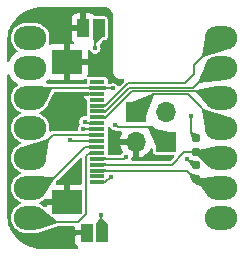
<source format=gbr>
%TF.GenerationSoftware,KiCad,Pcbnew,8.0.8-unknown-202501290020~8b811aa383~ubuntu22.04.1*%
%TF.CreationDate,2025-03-26T11:50:05+00:00*%
%TF.ProjectId,CONTROLLER_XIAO,434f4e54-524f-44c4-9c45-525f5849414f,rev?*%
%TF.SameCoordinates,Original*%
%TF.FileFunction,Copper,L1,Top*%
%TF.FilePolarity,Positive*%
%FSLAX46Y46*%
G04 Gerber Fmt 4.6, Leading zero omitted, Abs format (unit mm)*
G04 Created by KiCad (PCBNEW 8.0.8-unknown-202501290020~8b811aa383~ubuntu22.04.1) date 2025-03-26 11:50:05*
%MOMM*%
%LPD*%
G01*
G04 APERTURE LIST*
G04 Aperture macros list*
%AMRoundRect*
0 Rectangle with rounded corners*
0 $1 Rounding radius*
0 $2 $3 $4 $5 $6 $7 $8 $9 X,Y pos of 4 corners*
0 Add a 4 corners polygon primitive as box body*
4,1,4,$2,$3,$4,$5,$6,$7,$8,$9,$2,$3,0*
0 Add four circle primitives for the rounded corners*
1,1,$1+$1,$2,$3*
1,1,$1+$1,$4,$5*
1,1,$1+$1,$6,$7*
1,1,$1+$1,$8,$9*
0 Add four rect primitives between the rounded corners*
20,1,$1+$1,$2,$3,$4,$5,0*
20,1,$1+$1,$4,$5,$6,$7,0*
20,1,$1+$1,$6,$7,$8,$9,0*
20,1,$1+$1,$8,$9,$2,$3,0*%
G04 Aperture macros list end*
%TA.AperFunction,SMDPad,CuDef*%
%ADD10RoundRect,0.160000X-0.160000X0.197500X-0.160000X-0.197500X0.160000X-0.197500X0.160000X0.197500X0*%
%TD*%
%TA.AperFunction,SMDPad,CuDef*%
%ADD11R,1.250000X0.300000*%
%TD*%
%TA.AperFunction,SMDPad,CuDef*%
%ADD12R,2.500000X2.000000*%
%TD*%
%TA.AperFunction,SMDPad,CuDef*%
%ADD13R,1.000000X1.500000*%
%TD*%
%TA.AperFunction,ComponentPad*%
%ADD14R,1.700000X1.700000*%
%TD*%
%TA.AperFunction,ComponentPad*%
%ADD15O,1.700000X1.700000*%
%TD*%
%TA.AperFunction,ComponentPad*%
%ADD16RoundRect,1.000000X0.375000X0.000010X-0.375000X0.000010X-0.375000X-0.000010X0.375000X-0.000010X0*%
%TD*%
%TA.AperFunction,ViaPad*%
%ADD17C,0.400000*%
%TD*%
%TA.AperFunction,Conductor*%
%ADD18C,0.160000*%
%TD*%
G04 APERTURE END LIST*
D10*
%TO.P,R1,1*%
%TO.N,+3.3V*%
X62500000Y-87402500D03*
%TO.P,R1,2*%
%TO.N,/i2C_SCL*%
X62500000Y-88597500D03*
%TD*%
%TO.P,R2,1*%
%TO.N,+3.3V*%
X62500000Y-85102500D03*
%TO.P,R2,2*%
%TO.N,/I2C_SDA*%
X62500000Y-86297500D03*
%TD*%
D11*
%TO.P,FPC1,1,1*%
%TO.N,/AUX1*%
X54190000Y-80350000D03*
%TO.P,FPC1,2,2*%
%TO.N,+3.3V*%
X54190000Y-80850000D03*
%TO.P,FPC1,3,3*%
%TO.N,GND*%
X54190000Y-81350000D03*
%TO.P,FPC1,4,4*%
%TO.N,/AUX3*%
X54190000Y-81850000D03*
%TO.P,FPC1,5,5*%
%TO.N,/addr_bus_0*%
X54190000Y-82350000D03*
%TO.P,FPC1,6,6*%
%TO.N,/addr_bus_1*%
X54190000Y-82850000D03*
%TO.P,FPC1,7,7*%
%TO.N,/addr_bus_2*%
X54190000Y-83350000D03*
%TO.P,FPC1,8,8*%
%TO.N,/addr_bus_3*%
X54190000Y-83850000D03*
%TO.P,FPC1,9,9*%
%TO.N,/addr_bus_4*%
X54190000Y-84350000D03*
%TO.P,FPC1,10,10*%
%TO.N,/POCI*%
X54190000Y-84850000D03*
%TO.P,FPC1,11,11*%
%TO.N,/PICO*%
X54190000Y-85350000D03*
%TO.P,FPC1,12,12*%
%TO.N,/SCLK*%
X54190000Y-85850000D03*
%TO.P,FPC1,13,13*%
%TO.N,/IO1_out*%
X54190000Y-86350000D03*
%TO.P,FPC1,14,14*%
%TO.N,/IO2*%
X54190000Y-86850000D03*
%TO.P,FPC1,15,15*%
%TO.N,/I2C_SDA*%
X54190000Y-87350000D03*
%TO.P,FPC1,16,16*%
%TO.N,/i2C_SCL*%
X54190000Y-87850000D03*
%TO.P,FPC1,17,17*%
%TO.N,/AUX2*%
X54190000Y-88350000D03*
%TO.P,FPC1,18,18*%
%TO.N,/extRef*%
X54190000Y-88850000D03*
D12*
%TO.P,FPC1,19,19*%
%TO.N,GND*%
X51610000Y-78660000D03*
%TO.P,FPC1,20,20*%
X51650000Y-90540000D03*
%TD*%
D13*
%TO.P,JP1,1,A*%
%TO.N,/addr_bus_4*%
X54599998Y-93100000D03*
%TO.P,JP1,2,B*%
%TO.N,GND*%
X53300000Y-93100000D03*
%TD*%
D14*
%TO.P,J3,1,Pin_1*%
%TO.N,/Sync*%
X57460000Y-82860000D03*
D15*
%TO.P,J3,2,Pin_2*%
%TO.N,GND*%
X57460000Y-85400000D03*
%TD*%
D14*
%TO.P,J1,1,Pin_1*%
%TO.N,VSYS*%
X60000000Y-85400000D03*
D15*
%TO.P,J1,2,Pin_2*%
%TO.N,/extRef*%
X60000000Y-82860000D03*
%TD*%
D13*
%TO.P,JP2,1,A*%
%TO.N,/addr_bus_3*%
X54299998Y-75800000D03*
%TO.P,JP2,2,B*%
%TO.N,GND*%
X53000000Y-75800000D03*
%TD*%
D16*
%TO.P,U2,1,PA02_A0_D0*%
%TO.N,/addr_bus_0*%
X64665000Y-76621750D03*
%TO.P,U2,2,PA4_A1_D1*%
%TO.N,/addr_bus_1*%
X64665000Y-79161750D03*
%TO.P,U2,3,PA10_A2_D2*%
%TO.N,/addr_bus_2*%
X64665000Y-81701750D03*
%TO.P,U2,4,PA11_A3_D3*%
%TO.N,/Sync*%
X64665000Y-84241750D03*
%TO.P,U2,5,PA8_A4_D4_SDA*%
%TO.N,/I2C_SDA*%
X64665000Y-86781750D03*
%TO.P,U2,6,PA9_A5_D5_SCL*%
%TO.N,/i2C_SCL*%
X64665000Y-89321750D03*
%TO.P,U2,7,PB08_A6_D6_TX*%
%TO.N,/IO2*%
X64665000Y-91861750D03*
%TO.P,U2,8,PB09_A7_D7_RX*%
%TO.N,/IO1_out*%
X48500000Y-91861750D03*
%TO.P,U2,9,PA7_A8_D8_SCK*%
%TO.N,/SCLK*%
X48500000Y-89321750D03*
%TO.P,U2,10,PA5_A9_D9_MISO*%
%TO.N,/POCI*%
X48500000Y-86781750D03*
%TO.P,U2,11,PA6_A10_D10_MOSI*%
%TO.N,/PICO*%
X48500000Y-84241750D03*
%TO.P,U2,12,3V3*%
%TO.N,+3.3V*%
X48500000Y-81701750D03*
%TO.P,U2,13,GND*%
%TO.N,GND*%
X48500000Y-79161750D03*
%TO.P,U2,14,5V*%
%TO.N,VSYS*%
X48500000Y-76621750D03*
%TD*%
D17*
%TO.N,+3.3V*%
X62100000Y-83200000D03*
X61800000Y-86900000D03*
X55500000Y-80900000D03*
%TO.N,GND*%
X52200000Y-81500000D03*
X51700000Y-93900000D03*
X51500000Y-78200000D03*
X51650000Y-90540000D03*
%TO.N,/IO2*%
X56600000Y-86700000D03*
%TO.N,/PICO*%
X51900000Y-85300000D03*
%TO.N,/extRef*%
X55300000Y-88400000D03*
%TO.N,VSYS*%
X55700000Y-84000000D03*
%TO.N,/addr_bus_4*%
X54500000Y-91600000D03*
X53000000Y-84300000D03*
%TO.N,/addr_bus_3*%
X53100000Y-83700000D03*
X54000000Y-77500000D03*
%TD*%
D18*
%TO.N,/IO1_out*%
X48500000Y-91861750D02*
X48838250Y-92200000D01*
X48838250Y-92200000D02*
X52520000Y-92200000D01*
X53520000Y-86350000D02*
X54190000Y-86350000D01*
X52520000Y-92200000D02*
X53230000Y-91490000D01*
X53230000Y-91490000D02*
X53230000Y-86640000D01*
X53230000Y-86640000D02*
X53520000Y-86350000D01*
%TO.N,VSYS*%
X60000000Y-85400000D02*
X58800000Y-84200000D01*
X55900000Y-84200000D02*
X55700000Y-84000000D01*
X58800000Y-84200000D02*
X55900000Y-84200000D01*
%TO.N,/I2C_SDA*%
X64665000Y-86781750D02*
X64180750Y-86297500D01*
X64180750Y-86297500D02*
X61542500Y-86297500D01*
X60490000Y-87350000D02*
X54190000Y-87350000D01*
X61542500Y-86297500D02*
X60490000Y-87350000D01*
%TO.N,/i2C_SCL*%
X54190000Y-87850000D02*
X61752500Y-87850000D01*
X61752500Y-87850000D02*
X62500000Y-88597500D01*
%TO.N,/addr_bus_1*%
X64665000Y-79161750D02*
X64008250Y-79161750D01*
X64008250Y-79161750D02*
X62310000Y-80860000D01*
X62310000Y-80860000D02*
X56880000Y-80860000D01*
X56880000Y-80860000D02*
X54890000Y-82850000D01*
X54890000Y-82850000D02*
X54190000Y-82850000D01*
%TO.N,/addr_bus_2*%
X54190000Y-83350000D02*
X54897500Y-83350000D01*
X54897500Y-83350000D02*
X55008701Y-83238799D01*
X55008701Y-83238799D02*
X55008701Y-83231299D01*
X55008701Y-83231299D02*
X57110000Y-81130000D01*
X57110000Y-81130000D02*
X64093250Y-81130000D01*
X64093250Y-81130000D02*
X64665000Y-81701750D01*
%TO.N,/addr_bus_0*%
X64665000Y-76621750D02*
X62400000Y-78886750D01*
X62400000Y-78886750D02*
X62400000Y-79700000D01*
X62400000Y-79700000D02*
X61640000Y-80460000D01*
X61640000Y-80460000D02*
X56748192Y-80460000D01*
X56748192Y-80460000D02*
X54858192Y-82350000D01*
X54858192Y-82350000D02*
X54190000Y-82350000D01*
%TO.N,/addr_bus_3*%
X54000000Y-77500000D02*
X54000000Y-76099998D01*
X54000000Y-76099998D02*
X54299998Y-75800000D01*
%TO.N,GND*%
X51700000Y-93900000D02*
X52500000Y-93100000D01*
X52500000Y-93100000D02*
X53300000Y-93100000D01*
%TO.N,+3.3V*%
X62100000Y-83200000D02*
X62100000Y-84702500D01*
X54190000Y-80850000D02*
X55450000Y-80850000D01*
X62500000Y-87402500D02*
X62302500Y-87402500D01*
X62302500Y-87402500D02*
X61800000Y-86900000D01*
X55450000Y-80850000D02*
X55500000Y-80900000D01*
X54190000Y-80850000D02*
X49351750Y-80850000D01*
X49351750Y-80850000D02*
X48500000Y-81701750D01*
X62100000Y-84702500D02*
X62500000Y-85102500D01*
%TO.N,/Sync*%
X61823250Y-81400000D02*
X64665000Y-84241750D01*
X58920000Y-81400000D02*
X61823250Y-81400000D01*
X57460000Y-82860000D02*
X58920000Y-81400000D01*
%TO.N,GND*%
X52350000Y-81350000D02*
X52200000Y-81500000D01*
X51610000Y-78310000D02*
X51500000Y-78200000D01*
X54190000Y-81350000D02*
X52350000Y-81350000D01*
X51610000Y-78660000D02*
X51610000Y-78310000D01*
%TO.N,/IO2*%
X54190000Y-86850000D02*
X56450000Y-86850000D01*
X56450000Y-86850000D02*
X56600000Y-86700000D01*
%TO.N,/SCLK*%
X48500000Y-89321750D02*
X49678250Y-89321750D01*
X53150000Y-85850000D02*
X54190000Y-85850000D01*
X49678250Y-89321750D02*
X53150000Y-85850000D01*
%TO.N,/PICO*%
X51950000Y-85350000D02*
X51900000Y-85300000D01*
X54190000Y-85350000D02*
X51950000Y-85350000D01*
%TO.N,/i2C_SCL*%
X62500000Y-88597500D02*
X63224250Y-89321750D01*
X63224250Y-89321750D02*
X64665000Y-89321750D01*
%TO.N,/POCI*%
X50431750Y-84850000D02*
X54190000Y-84850000D01*
X48500000Y-86781750D02*
X50431750Y-84850000D01*
%TO.N,/extRef*%
X54850000Y-88850000D02*
X55300000Y-88400000D01*
X54190000Y-88850000D02*
X54850000Y-88850000D01*
%TO.N,/addr_bus_4*%
X54190000Y-84350000D02*
X53050000Y-84350000D01*
X54500000Y-91600000D02*
X54500000Y-93000002D01*
X54500000Y-93000002D02*
X54599998Y-93100000D01*
X53050000Y-84350000D02*
X53000000Y-84300000D01*
%TO.N,/addr_bus_3*%
X53250000Y-83850000D02*
X53100000Y-83700000D01*
X54190000Y-83850000D02*
X53250000Y-83850000D01*
%TD*%
%TA.AperFunction,Conductor*%
%TO.N,GND*%
G36*
X46715703Y-79715790D02*
G01*
X46750018Y-79764429D01*
X46772794Y-79822802D01*
X46900046Y-80036358D01*
X47060703Y-80226044D01*
X47060705Y-80226046D01*
X47250391Y-80386702D01*
X47394953Y-80472843D01*
X47442467Y-80524070D01*
X47454743Y-80592853D01*
X47427884Y-80657353D01*
X47402095Y-80681294D01*
X47320354Y-80737924D01*
X47320342Y-80737934D01*
X47161184Y-80897092D01*
X47161174Y-80897104D01*
X47032997Y-81082117D01*
X47032991Y-81082127D01*
X46939903Y-81287068D01*
X46939902Y-81287071D01*
X46884905Y-81505329D01*
X46884904Y-81505336D01*
X46874500Y-81637528D01*
X46874500Y-81765957D01*
X46874501Y-81765974D01*
X46884904Y-81898163D01*
X46884905Y-81898170D01*
X46939902Y-82116428D01*
X46939903Y-82116431D01*
X47032991Y-82321372D01*
X47032997Y-82321382D01*
X47161174Y-82506395D01*
X47161178Y-82506400D01*
X47161181Y-82506404D01*
X47320346Y-82665569D01*
X47320350Y-82665572D01*
X47320354Y-82665575D01*
X47334429Y-82675326D01*
X47505374Y-82793757D01*
X47562296Y-82819612D01*
X47648683Y-82858851D01*
X47701580Y-82904498D01*
X47721402Y-82971497D01*
X47701854Y-83038577D01*
X47649143Y-83084439D01*
X47648683Y-83084649D01*
X47505377Y-83149741D01*
X47505367Y-83149747D01*
X47320354Y-83277924D01*
X47320342Y-83277934D01*
X47161184Y-83437092D01*
X47161174Y-83437104D01*
X47032997Y-83622117D01*
X47032991Y-83622127D01*
X46939903Y-83827068D01*
X46939902Y-83827071D01*
X46884905Y-84045329D01*
X46884904Y-84045336D01*
X46874500Y-84177528D01*
X46874500Y-84305957D01*
X46874501Y-84305974D01*
X46884904Y-84438163D01*
X46884905Y-84438170D01*
X46939902Y-84656428D01*
X46939903Y-84656431D01*
X47032991Y-84861372D01*
X47032997Y-84861382D01*
X47161174Y-85046395D01*
X47161178Y-85046400D01*
X47161181Y-85046404D01*
X47320346Y-85205569D01*
X47320350Y-85205572D01*
X47320354Y-85205575D01*
X47444305Y-85291448D01*
X47505374Y-85333757D01*
X47562298Y-85359613D01*
X47648683Y-85398851D01*
X47701580Y-85444498D01*
X47721402Y-85511497D01*
X47701854Y-85578577D01*
X47649143Y-85624439D01*
X47648683Y-85624649D01*
X47505377Y-85689741D01*
X47505367Y-85689747D01*
X47320354Y-85817924D01*
X47320342Y-85817934D01*
X47161184Y-85977092D01*
X47161174Y-85977104D01*
X47032997Y-86162117D01*
X47032991Y-86162127D01*
X46939903Y-86367068D01*
X46939902Y-86367071D01*
X46884905Y-86585329D01*
X46884904Y-86585336D01*
X46874500Y-86717528D01*
X46874500Y-86845957D01*
X46874501Y-86845974D01*
X46884904Y-86978163D01*
X46884905Y-86978170D01*
X46939902Y-87196428D01*
X46939903Y-87196431D01*
X47032991Y-87401372D01*
X47032997Y-87401382D01*
X47161174Y-87586395D01*
X47161178Y-87586400D01*
X47161181Y-87586404D01*
X47320346Y-87745569D01*
X47320350Y-87745572D01*
X47320354Y-87745575D01*
X47459603Y-87842047D01*
X47505374Y-87873757D01*
X47535765Y-87887561D01*
X47648683Y-87938851D01*
X47701580Y-87984498D01*
X47721402Y-88051497D01*
X47701854Y-88118577D01*
X47649143Y-88164439D01*
X47648683Y-88164649D01*
X47505377Y-88229741D01*
X47505367Y-88229747D01*
X47320354Y-88357924D01*
X47320342Y-88357934D01*
X47161184Y-88517092D01*
X47161174Y-88517104D01*
X47032997Y-88702117D01*
X47032991Y-88702127D01*
X46939903Y-88907068D01*
X46939902Y-88907071D01*
X46884905Y-89125329D01*
X46884904Y-89125336D01*
X46874500Y-89257528D01*
X46874500Y-89385957D01*
X46874501Y-89385974D01*
X46884904Y-89518163D01*
X46884905Y-89518170D01*
X46939902Y-89736428D01*
X46939903Y-89736431D01*
X47032991Y-89941372D01*
X47032997Y-89941382D01*
X47161174Y-90126395D01*
X47161178Y-90126400D01*
X47161181Y-90126404D01*
X47320346Y-90285569D01*
X47320350Y-90285572D01*
X47320354Y-90285575D01*
X47459603Y-90382047D01*
X47505374Y-90413757D01*
X47580139Y-90447717D01*
X47648683Y-90478851D01*
X47701580Y-90524498D01*
X47721402Y-90591497D01*
X47701854Y-90658577D01*
X47649143Y-90704439D01*
X47648683Y-90704649D01*
X47505377Y-90769741D01*
X47505367Y-90769747D01*
X47320354Y-90897924D01*
X47320342Y-90897934D01*
X47161184Y-91057092D01*
X47161174Y-91057104D01*
X47032997Y-91242117D01*
X47032991Y-91242127D01*
X46939903Y-91447068D01*
X46939902Y-91447071D01*
X46884905Y-91665329D01*
X46884904Y-91665336D01*
X46874500Y-91797528D01*
X46874500Y-91925957D01*
X46874501Y-91925974D01*
X46884904Y-92058163D01*
X46884905Y-92058170D01*
X46939902Y-92276428D01*
X46939903Y-92276431D01*
X47032991Y-92481372D01*
X47032997Y-92481382D01*
X47161174Y-92666395D01*
X47161178Y-92666400D01*
X47161181Y-92666404D01*
X47320346Y-92825569D01*
X47320350Y-92825572D01*
X47320354Y-92825575D01*
X47459603Y-92922047D01*
X47505374Y-92953757D01*
X47710317Y-93046846D01*
X47710321Y-93046847D01*
X47928579Y-93101844D01*
X47928581Y-93101844D01*
X47928588Y-93101846D01*
X48060783Y-93112250D01*
X48939216Y-93112249D01*
X49071412Y-93101846D01*
X49071420Y-93101844D01*
X49289676Y-93046848D01*
X49289677Y-93046847D01*
X49289683Y-93046846D01*
X49315052Y-93035322D01*
X49339620Y-93027134D01*
X49344510Y-93026054D01*
X49344516Y-93026054D01*
X50844922Y-92536613D01*
X50883377Y-92530500D01*
X52176000Y-92530500D01*
X52243039Y-92550185D01*
X52288794Y-92602989D01*
X52300000Y-92654500D01*
X52300000Y-92850000D01*
X53176000Y-92850000D01*
X53243039Y-92869685D01*
X53288794Y-92922489D01*
X53300000Y-92974000D01*
X53300000Y-93226000D01*
X53280315Y-93293039D01*
X53227511Y-93338794D01*
X53176000Y-93350000D01*
X52300000Y-93350000D01*
X52300000Y-93897844D01*
X52306401Y-93957372D01*
X52306403Y-93957379D01*
X52356645Y-94092086D01*
X52356649Y-94092093D01*
X52442809Y-94207187D01*
X52442812Y-94207190D01*
X52521684Y-94266234D01*
X52563555Y-94322167D01*
X52568539Y-94391859D01*
X52535053Y-94453182D01*
X52473730Y-94486666D01*
X52447373Y-94489500D01*
X49503251Y-94489500D01*
X49496759Y-94489330D01*
X49444613Y-94486595D01*
X49194005Y-94473454D01*
X49181098Y-94472097D01*
X48884871Y-94425171D01*
X48872176Y-94422472D01*
X48582483Y-94344842D01*
X48570139Y-94340831D01*
X48290143Y-94233345D01*
X48278287Y-94228066D01*
X48011058Y-94091901D01*
X47999818Y-94085412D01*
X47748281Y-93922058D01*
X47737795Y-93914439D01*
X47592262Y-93796588D01*
X47504709Y-93725688D01*
X47495064Y-93717003D01*
X47282996Y-93504935D01*
X47274311Y-93495290D01*
X47194862Y-93397179D01*
X47085556Y-93262199D01*
X47077944Y-93251722D01*
X46914581Y-93000171D01*
X46908098Y-92988941D01*
X46771933Y-92721712D01*
X46766654Y-92709856D01*
X46753939Y-92676733D01*
X46659164Y-92429849D01*
X46655160Y-92417527D01*
X46577524Y-92127812D01*
X46574830Y-92115139D01*
X46527900Y-91818890D01*
X46526546Y-91806004D01*
X46510670Y-91503241D01*
X46510500Y-91496748D01*
X46510500Y-79809503D01*
X46530185Y-79742464D01*
X46582989Y-79696709D01*
X46652147Y-79686765D01*
X46715703Y-79715790D01*
G37*
%TD.AperFunction*%
%TA.AperFunction,Conductor*%
G36*
X52818834Y-86751077D02*
G01*
X52874767Y-86792949D01*
X52899184Y-86858413D01*
X52899500Y-86867259D01*
X52899500Y-88916000D01*
X52879815Y-88983039D01*
X52827011Y-89028794D01*
X52775500Y-89040000D01*
X51900000Y-89040000D01*
X51900000Y-90416000D01*
X51880315Y-90483039D01*
X51827511Y-90528794D01*
X51776000Y-90540000D01*
X51650000Y-90540000D01*
X51650000Y-90666000D01*
X51630315Y-90733039D01*
X51577511Y-90778794D01*
X51526000Y-90790000D01*
X49900000Y-90790000D01*
X49900000Y-90818915D01*
X49880315Y-90885954D01*
X49827511Y-90931709D01*
X49758353Y-90941653D01*
X49694797Y-90912628D01*
X49688319Y-90906596D01*
X49679657Y-90897934D01*
X49679654Y-90897931D01*
X49679650Y-90897928D01*
X49679645Y-90897924D01*
X49494632Y-90769747D01*
X49494623Y-90769741D01*
X49351316Y-90704649D01*
X49298419Y-90659002D01*
X49278597Y-90592003D01*
X49298145Y-90524924D01*
X49350855Y-90479061D01*
X49351316Y-90478851D01*
X49494626Y-90413757D01*
X49679654Y-90285569D01*
X49699930Y-90265292D01*
X49761250Y-90231807D01*
X49830942Y-90236790D01*
X49875292Y-90265292D01*
X49900000Y-90290000D01*
X51400000Y-90290000D01*
X51400000Y-89040000D01*
X50788239Y-89040000D01*
X50721200Y-89020315D01*
X50675445Y-88967511D01*
X50665501Y-88898353D01*
X50685377Y-88846751D01*
X50789196Y-88692540D01*
X50812045Y-88658600D01*
X50827218Y-88640178D01*
X52687819Y-86779578D01*
X52749142Y-86746093D01*
X52818834Y-86751077D01*
G37*
%TD.AperFunction*%
%TA.AperFunction,Conductor*%
G36*
X57710000Y-86730633D02*
G01*
X57923483Y-86673433D01*
X57923492Y-86673429D01*
X58137578Y-86573600D01*
X58331082Y-86438105D01*
X58498105Y-86271082D01*
X58633600Y-86077577D01*
X58633601Y-86077575D01*
X58663118Y-86014277D01*
X58709290Y-85961837D01*
X58776483Y-85942685D01*
X58843364Y-85962900D01*
X58888699Y-86016065D01*
X58899500Y-86066681D01*
X58899500Y-86274678D01*
X58914032Y-86347735D01*
X58914033Y-86347739D01*
X58914034Y-86347740D01*
X58969399Y-86430601D01*
X59049053Y-86483823D01*
X59052260Y-86485966D01*
X59052264Y-86485967D01*
X59125321Y-86500499D01*
X59125324Y-86500500D01*
X59125326Y-86500500D01*
X60572740Y-86500500D01*
X60639779Y-86520185D01*
X60685534Y-86572989D01*
X60695478Y-86642147D01*
X60666453Y-86705703D01*
X60660421Y-86712181D01*
X60389421Y-86983181D01*
X60328098Y-87016666D01*
X60301740Y-87019500D01*
X57142293Y-87019500D01*
X57075254Y-86999815D01*
X57029499Y-86947011D01*
X57019555Y-86877853D01*
X57029498Y-86843990D01*
X57031111Y-86840455D01*
X57036697Y-86828226D01*
X57036754Y-86827832D01*
X57036918Y-86827471D01*
X57039197Y-86819713D01*
X57040311Y-86820040D01*
X57065776Y-86764275D01*
X57124553Y-86726499D01*
X57191586Y-86725700D01*
X57210000Y-86730634D01*
X57210000Y-85833012D01*
X57267007Y-85865925D01*
X57394174Y-85900000D01*
X57525826Y-85900000D01*
X57652993Y-85865925D01*
X57710000Y-85833012D01*
X57710000Y-86730633D01*
G37*
%TD.AperFunction*%
%TA.AperFunction,Conductor*%
G36*
X55270703Y-84171402D02*
G01*
X55302294Y-84213604D01*
X55317115Y-84246059D01*
X55317117Y-84246061D01*
X55317118Y-84246063D01*
X55401951Y-84343967D01*
X55510931Y-84414004D01*
X55553054Y-84426372D01*
X55635225Y-84450499D01*
X55635227Y-84450500D01*
X55635228Y-84450500D01*
X55639652Y-84450500D01*
X55701651Y-84467112D01*
X55772432Y-84507977D01*
X55856489Y-84530500D01*
X56182583Y-84530500D01*
X56249622Y-84550185D01*
X56295377Y-84602989D01*
X56305321Y-84672147D01*
X56287623Y-84716879D01*
X56289106Y-84717735D01*
X56286399Y-84722422D01*
X56186570Y-84936507D01*
X56186567Y-84936513D01*
X56129364Y-85149999D01*
X56129364Y-85150000D01*
X57026988Y-85150000D01*
X56994075Y-85207007D01*
X56960000Y-85334174D01*
X56960000Y-85465826D01*
X56994075Y-85592993D01*
X57026988Y-85650000D01*
X56129364Y-85650000D01*
X56186567Y-85863486D01*
X56186570Y-85863492D01*
X56286400Y-86077578D01*
X56351690Y-86170822D01*
X56374017Y-86237029D01*
X56357007Y-86304796D01*
X56317157Y-86346260D01*
X56301951Y-86356032D01*
X56217118Y-86453937D01*
X56212324Y-86461397D01*
X56209433Y-86459539D01*
X56174490Y-86499838D01*
X56107486Y-86519500D01*
X55189500Y-86519500D01*
X55122461Y-86499815D01*
X55076706Y-86447011D01*
X55065500Y-86395500D01*
X55065500Y-86175326D01*
X55064604Y-86170822D01*
X55055328Y-86124188D01*
X55055328Y-86075811D01*
X55065500Y-86024674D01*
X55065500Y-85675326D01*
X55055328Y-85624188D01*
X55055328Y-85575811D01*
X55065500Y-85524674D01*
X55065500Y-85175326D01*
X55055328Y-85124188D01*
X55055328Y-85075811D01*
X55065500Y-85024674D01*
X55065500Y-84675326D01*
X55055328Y-84624188D01*
X55055328Y-84575811D01*
X55065500Y-84524674D01*
X55065500Y-84265115D01*
X55085185Y-84198076D01*
X55137989Y-84152321D01*
X55207147Y-84142377D01*
X55270703Y-84171402D01*
G37*
%TD.AperFunction*%
%TA.AperFunction,Conductor*%
G36*
X53060547Y-81200000D02*
G01*
X53361881Y-81200000D01*
X53414318Y-81211633D01*
X53453248Y-81229801D01*
X53457969Y-81232004D01*
X53457924Y-81232098D01*
X53465982Y-81235436D01*
X53470332Y-81238941D01*
X53476131Y-81241893D01*
X53477402Y-81242742D01*
X53476578Y-81243974D01*
X53520387Y-81279275D01*
X53542455Y-81345568D01*
X53525178Y-81413268D01*
X53474043Y-81460881D01*
X53467519Y-81463860D01*
X53444706Y-81479103D01*
X53378028Y-81499980D01*
X53375817Y-81500000D01*
X53065000Y-81500000D01*
X53065000Y-81547844D01*
X53071401Y-81607372D01*
X53071403Y-81607379D01*
X53121645Y-81742086D01*
X53121647Y-81742088D01*
X53207809Y-81857186D01*
X53207810Y-81857187D01*
X53264811Y-81899858D01*
X53306682Y-81955792D01*
X53314500Y-81999125D01*
X53314500Y-82024673D01*
X53324671Y-82075810D01*
X53324671Y-82124190D01*
X53314500Y-82175326D01*
X53314500Y-82524673D01*
X53324671Y-82575810D01*
X53324671Y-82624190D01*
X53314500Y-82675326D01*
X53314500Y-83024673D01*
X53324671Y-83075810D01*
X53324670Y-83124192D01*
X53318749Y-83153958D01*
X53286364Y-83215869D01*
X53225648Y-83250443D01*
X53173797Y-83249056D01*
X53173552Y-83250762D01*
X53164774Y-83249500D01*
X53164772Y-83249500D01*
X53035228Y-83249500D01*
X53035226Y-83249500D01*
X52910935Y-83285994D01*
X52910932Y-83285995D01*
X52910931Y-83285996D01*
X52885501Y-83302339D01*
X52801950Y-83356033D01*
X52717118Y-83453937D01*
X52717117Y-83453938D01*
X52663302Y-83571774D01*
X52644867Y-83700000D01*
X52663302Y-83828226D01*
X52663303Y-83828227D01*
X52681760Y-83868642D01*
X52691704Y-83937800D01*
X52662680Y-84001354D01*
X52629659Y-84039464D01*
X52617118Y-84053937D01*
X52617117Y-84053938D01*
X52563302Y-84171774D01*
X52544867Y-84300000D01*
X52556060Y-84377854D01*
X52546116Y-84447012D01*
X52500361Y-84499816D01*
X52433322Y-84519500D01*
X50388239Y-84519500D01*
X50304182Y-84542023D01*
X50304173Y-84542026D01*
X50301632Y-84543494D01*
X50299218Y-84544079D01*
X50296672Y-84545134D01*
X50296507Y-84544736D01*
X50233731Y-84559961D01*
X50167706Y-84537104D01*
X50124520Y-84482179D01*
X50116023Y-84426375D01*
X50125500Y-84305967D01*
X50125499Y-84177534D01*
X50115096Y-84045338D01*
X50099678Y-83984152D01*
X50060097Y-83827071D01*
X50060096Y-83827068D01*
X50021448Y-83741982D01*
X49967007Y-83622124D01*
X49916693Y-83549500D01*
X49838825Y-83437104D01*
X49838822Y-83437100D01*
X49838819Y-83437096D01*
X49679654Y-83277931D01*
X49679650Y-83277928D01*
X49679645Y-83277924D01*
X49494632Y-83149747D01*
X49494623Y-83149741D01*
X49351316Y-83084649D01*
X49298419Y-83039002D01*
X49278597Y-82972003D01*
X49298145Y-82904924D01*
X49350855Y-82859061D01*
X49351316Y-82858851D01*
X49437704Y-82819612D01*
X49494626Y-82793757D01*
X49679654Y-82665569D01*
X49838819Y-82506404D01*
X49967007Y-82321376D01*
X50014260Y-82217342D01*
X50028652Y-82193310D01*
X50032578Y-82188176D01*
X50448831Y-81340301D01*
X50493235Y-81249854D01*
X50540449Y-81198350D01*
X50604545Y-81180500D01*
X52994138Y-81180500D01*
X53060547Y-81200000D01*
G37*
%TD.AperFunction*%
%TA.AperFunction,Conductor*%
G36*
X54806060Y-74011097D02*
G01*
X54821563Y-74012623D01*
X54922367Y-74022552D01*
X54946192Y-74027291D01*
X55052178Y-74059441D01*
X55074630Y-74068741D01*
X55110817Y-74088084D01*
X55172294Y-74120944D01*
X55192504Y-74134448D01*
X55263536Y-74192742D01*
X55278109Y-74204702D01*
X55295297Y-74221890D01*
X55365550Y-74307493D01*
X55379055Y-74327705D01*
X55431256Y-74425366D01*
X55440559Y-74447824D01*
X55472706Y-74553798D01*
X55477448Y-74577638D01*
X55488903Y-74693938D01*
X55489500Y-74706093D01*
X55489500Y-79469982D01*
X55516802Y-79607237D01*
X55516805Y-79607249D01*
X55570361Y-79736546D01*
X55570363Y-79736550D01*
X55648114Y-79852912D01*
X55648120Y-79852920D01*
X55747079Y-79951879D01*
X55747087Y-79951885D01*
X55863449Y-80029636D01*
X55863453Y-80029638D01*
X55975988Y-80076251D01*
X55992755Y-80083196D01*
X56124733Y-80109448D01*
X56130017Y-80110499D01*
X56130021Y-80110500D01*
X56330932Y-80110500D01*
X56397971Y-80130185D01*
X56443726Y-80182989D01*
X56453670Y-80252147D01*
X56424645Y-80315703D01*
X56418613Y-80322181D01*
X56071488Y-80669304D01*
X56010165Y-80702789D01*
X55940473Y-80697805D01*
X55889679Y-80659780D01*
X55888689Y-80660639D01*
X55884742Y-80656084D01*
X55884540Y-80655933D01*
X55884252Y-80655519D01*
X55882882Y-80653938D01*
X55882882Y-80653937D01*
X55798049Y-80556033D01*
X55689069Y-80485996D01*
X55689065Y-80485994D01*
X55689064Y-80485994D01*
X55564774Y-80449500D01*
X55564772Y-80449500D01*
X55435228Y-80449500D01*
X55435226Y-80449500D01*
X55310933Y-80485994D01*
X55310928Y-80485996D01*
X55289427Y-80499815D01*
X55222388Y-80519500D01*
X55189500Y-80519500D01*
X55122461Y-80499815D01*
X55076706Y-80447011D01*
X55065500Y-80395500D01*
X55065500Y-80175323D01*
X55065499Y-80175321D01*
X55050967Y-80102264D01*
X55050966Y-80102260D01*
X55038251Y-80083230D01*
X54995601Y-80019399D01*
X54912740Y-79964034D01*
X54912739Y-79964033D01*
X54912735Y-79964032D01*
X54839677Y-79949500D01*
X54839674Y-79949500D01*
X53540326Y-79949500D01*
X53540323Y-79949500D01*
X53483338Y-79960835D01*
X53413747Y-79954608D01*
X53358569Y-79911745D01*
X53335325Y-79845855D01*
X53342965Y-79795885D01*
X53353596Y-79767379D01*
X53353598Y-79767372D01*
X53359999Y-79707844D01*
X53360000Y-79707827D01*
X53360000Y-78910000D01*
X51860000Y-78910000D01*
X51860000Y-80160000D01*
X52907828Y-80160000D01*
X52907844Y-80159999D01*
X52967372Y-80153598D01*
X52967379Y-80153596D01*
X53102086Y-80103354D01*
X53102090Y-80103352D01*
X53116187Y-80092799D01*
X53181651Y-80068380D01*
X53249924Y-80083230D01*
X53299331Y-80132634D01*
X53314500Y-80192064D01*
X53314500Y-80395500D01*
X53294815Y-80462539D01*
X53242011Y-80508294D01*
X53190500Y-80519500D01*
X50402479Y-80519500D01*
X50372751Y-80515884D01*
X50366151Y-80514254D01*
X49953744Y-80495371D01*
X49887675Y-80472641D01*
X49844384Y-80417799D01*
X49837614Y-80348258D01*
X49869515Y-80286097D01*
X49879276Y-80276878D01*
X49939295Y-80226045D01*
X50004826Y-80148672D01*
X50063174Y-80110237D01*
X50133039Y-80109448D01*
X50142782Y-80112630D01*
X50252620Y-80153596D01*
X50252627Y-80153598D01*
X50312155Y-80159999D01*
X50312172Y-80160000D01*
X51360000Y-80160000D01*
X51360000Y-77160000D01*
X51860000Y-77160000D01*
X51860000Y-78410000D01*
X53360000Y-78410000D01*
X53360000Y-77753072D01*
X53379685Y-77686033D01*
X53432489Y-77640278D01*
X53501647Y-77630334D01*
X53565203Y-77659359D01*
X53596793Y-77701559D01*
X53617118Y-77746063D01*
X53701951Y-77843967D01*
X53810931Y-77914004D01*
X53935225Y-77950499D01*
X53935227Y-77950500D01*
X53935228Y-77950500D01*
X54064773Y-77950500D01*
X54064773Y-77950499D01*
X54189069Y-77914004D01*
X54298049Y-77843967D01*
X54382882Y-77746063D01*
X54436697Y-77628226D01*
X54455133Y-77500000D01*
X54436697Y-77371774D01*
X54391709Y-77273266D01*
X54379198Y-77245870D01*
X54381686Y-77244733D01*
X54365972Y-77191218D01*
X54385655Y-77124178D01*
X54406897Y-77099158D01*
X54561921Y-76959265D01*
X54702462Y-76832441D01*
X54765420Y-76802142D01*
X54785535Y-76800500D01*
X54824674Y-76800500D01*
X54824675Y-76800499D01*
X54897738Y-76785966D01*
X54980599Y-76730601D01*
X55035964Y-76647740D01*
X55050498Y-76574674D01*
X55050498Y-75025326D01*
X55050498Y-75025323D01*
X55050497Y-75025321D01*
X55035965Y-74952264D01*
X55035964Y-74952260D01*
X54980599Y-74869399D01*
X54897738Y-74814034D01*
X54897737Y-74814033D01*
X54897733Y-74814032D01*
X54824675Y-74799500D01*
X54824672Y-74799500D01*
X53999126Y-74799500D01*
X53932087Y-74779815D01*
X53899859Y-74749811D01*
X53857190Y-74692813D01*
X53857185Y-74692808D01*
X53742093Y-74606649D01*
X53742086Y-74606645D01*
X53607379Y-74556403D01*
X53607372Y-74556401D01*
X53547844Y-74550000D01*
X53250000Y-74550000D01*
X53250000Y-75676000D01*
X53230315Y-75743039D01*
X53177511Y-75788794D01*
X53126000Y-75800000D01*
X53000000Y-75800000D01*
X53000000Y-75926000D01*
X52980315Y-75993039D01*
X52927511Y-76038794D01*
X52876000Y-76050000D01*
X52000000Y-76050000D01*
X52000000Y-76597844D01*
X52006401Y-76657372D01*
X52006403Y-76657379D01*
X52056645Y-76792086D01*
X52056649Y-76792093D01*
X52142809Y-76907187D01*
X52182278Y-76936734D01*
X52224148Y-76992668D01*
X52229132Y-77062360D01*
X52195646Y-77123682D01*
X52134323Y-77157167D01*
X52107966Y-77160000D01*
X51860000Y-77160000D01*
X51360000Y-77160000D01*
X50312155Y-77160000D01*
X50252627Y-77166401D01*
X50252616Y-77166403D01*
X50225258Y-77176608D01*
X50155567Y-77181592D01*
X50094244Y-77148106D01*
X50060759Y-77086783D01*
X50061685Y-77030127D01*
X50070372Y-76995651D01*
X50115096Y-76818162D01*
X50125500Y-76685967D01*
X50125499Y-76557534D01*
X50115096Y-76425338D01*
X50101699Y-76372173D01*
X50060097Y-76207071D01*
X50060096Y-76207068D01*
X49967008Y-76002127D01*
X49967007Y-76002124D01*
X49838819Y-75817096D01*
X49679654Y-75657931D01*
X49679650Y-75657928D01*
X49679645Y-75657924D01*
X49494632Y-75529747D01*
X49494630Y-75529745D01*
X49494626Y-75529743D01*
X49453487Y-75511057D01*
X49289681Y-75436653D01*
X49289678Y-75436652D01*
X49071420Y-75381655D01*
X49071413Y-75381654D01*
X49027347Y-75378186D01*
X48939217Y-75371250D01*
X48939215Y-75371250D01*
X48060791Y-75371250D01*
X48060776Y-75371251D01*
X47928586Y-75381654D01*
X47928579Y-75381655D01*
X47710321Y-75436652D01*
X47710318Y-75436653D01*
X47505377Y-75529741D01*
X47505367Y-75529747D01*
X47320354Y-75657924D01*
X47320342Y-75657934D01*
X47161184Y-75817092D01*
X47161174Y-75817104D01*
X47032997Y-76002117D01*
X47032991Y-76002127D01*
X46939903Y-76207068D01*
X46939902Y-76207071D01*
X46884905Y-76425329D01*
X46884904Y-76425336D01*
X46874500Y-76557528D01*
X46874500Y-76685957D01*
X46874501Y-76685974D01*
X46884904Y-76818163D01*
X46884905Y-76818170D01*
X46939902Y-77036428D01*
X46939903Y-77036431D01*
X47032991Y-77241372D01*
X47032997Y-77241382D01*
X47161174Y-77426395D01*
X47161178Y-77426400D01*
X47161181Y-77426404D01*
X47320346Y-77585569D01*
X47402096Y-77642206D01*
X47445991Y-77696563D01*
X47453531Y-77766025D01*
X47422320Y-77828536D01*
X47394953Y-77850655D01*
X47250399Y-77936791D01*
X47250391Y-77936796D01*
X47060705Y-78097453D01*
X47060703Y-78097455D01*
X46900046Y-78287141D01*
X46772793Y-78500700D01*
X46750017Y-78559071D01*
X46707310Y-78614369D01*
X46641486Y-78637799D01*
X46573444Y-78621923D01*
X46524787Y-78571780D01*
X46510500Y-78513996D01*
X46510500Y-77003244D01*
X46510670Y-76996756D01*
X46517057Y-76874857D01*
X46526534Y-76693994D01*
X46527887Y-76681111D01*
X46574810Y-76384836D01*
X46577499Y-76372187D01*
X46655133Y-76082447D01*
X46659133Y-76070137D01*
X46766622Y-75790113D01*
X46771893Y-75778274D01*
X46908068Y-75511012D01*
X46914534Y-75499813D01*
X47077905Y-75248240D01*
X47085506Y-75237778D01*
X47274281Y-75004662D01*
X47276538Y-75002155D01*
X52000000Y-75002155D01*
X52000000Y-75550000D01*
X52750000Y-75550000D01*
X52750000Y-74550000D01*
X52452155Y-74550000D01*
X52392627Y-74556401D01*
X52392620Y-74556403D01*
X52257913Y-74606645D01*
X52257906Y-74606649D01*
X52142812Y-74692809D01*
X52142809Y-74692812D01*
X52056649Y-74807906D01*
X52056645Y-74807913D01*
X52006403Y-74942620D01*
X52006401Y-74942627D01*
X52000000Y-75002155D01*
X47276538Y-75002155D01*
X47282947Y-74995038D01*
X47495038Y-74782947D01*
X47504662Y-74774281D01*
X47737778Y-74585506D01*
X47748240Y-74577905D01*
X47999813Y-74414534D01*
X48011012Y-74408068D01*
X48278274Y-74271893D01*
X48290113Y-74266622D01*
X48570137Y-74159133D01*
X48582447Y-74155133D01*
X48872187Y-74077499D01*
X48884836Y-74074810D01*
X49181111Y-74027887D01*
X49193994Y-74026534D01*
X49395837Y-74015958D01*
X49496757Y-74010670D01*
X49503245Y-74010500D01*
X49503411Y-74010500D01*
X54793906Y-74010500D01*
X54806060Y-74011097D01*
G37*
%TD.AperFunction*%
%TD*%
%TA.AperFunction,Conductor*%
%TO.N,/IO1_out*%
G36*
X49588707Y-91159842D02*
G01*
X50803258Y-92116487D01*
X50807636Y-92124298D01*
X50807718Y-92125678D01*
X50807718Y-92271510D01*
X50804291Y-92279783D01*
X50799646Y-92282633D01*
X49265280Y-92783151D01*
X49256352Y-92782459D01*
X49252610Y-92779453D01*
X48507283Y-91871836D01*
X48504681Y-91863268D01*
X48508900Y-91855369D01*
X48509916Y-91854623D01*
X49575071Y-91159235D01*
X49583872Y-91157583D01*
X49588707Y-91159842D01*
G37*
%TD.AperFunction*%
%TD*%
%TA.AperFunction,Conductor*%
%TO.N,/IO1_out*%
G36*
X54129767Y-86340741D02*
G01*
X54137483Y-86345284D01*
X54139726Y-86353953D01*
X54135183Y-86361670D01*
X54130880Y-86363702D01*
X53568108Y-86499251D01*
X53561943Y-86499064D01*
X53505108Y-86481666D01*
X53500260Y-86478751D01*
X53399750Y-86378241D01*
X53396323Y-86369968D01*
X53399750Y-86361695D01*
X53401971Y-86359955D01*
X53561444Y-86263638D01*
X53569114Y-86262068D01*
X54129767Y-86340741D01*
G37*
%TD.AperFunction*%
%TD*%
%TA.AperFunction,Conductor*%
%TO.N,VSYS*%
G36*
X58459326Y-84123343D02*
G01*
X60278098Y-84547066D01*
X60285377Y-84552281D01*
X60286837Y-84561116D01*
X60286517Y-84562235D01*
X60002566Y-85395405D01*
X59996653Y-85402130D01*
X59996641Y-85402136D01*
X59996640Y-85402137D01*
X59160779Y-85811834D01*
X59151842Y-85812398D01*
X59145124Y-85806477D01*
X59144995Y-85806206D01*
X58446039Y-84282321D01*
X58444974Y-84277443D01*
X58444974Y-84134739D01*
X58448401Y-84126466D01*
X58456674Y-84123039D01*
X58459326Y-84123343D01*
G37*
%TD.AperFunction*%
%TD*%
%TA.AperFunction,Conductor*%
%TO.N,/I2C_SDA*%
G36*
X63909018Y-85860981D02*
G01*
X63911985Y-85863555D01*
X64657716Y-86771663D01*
X64660318Y-86780231D01*
X64656099Y-86788130D01*
X64655070Y-86788885D01*
X63590711Y-87483752D01*
X63581910Y-87485405D01*
X63576181Y-87482364D01*
X62437550Y-86380948D01*
X62433987Y-86372733D01*
X62433985Y-86372539D01*
X62433985Y-86226687D01*
X62437412Y-86218414D01*
X62442910Y-86215321D01*
X63900170Y-85859614D01*
X63909018Y-85860981D01*
G37*
%TD.AperFunction*%
%TD*%
%TA.AperFunction,Conductor*%
%TO.N,/I2C_SDA*%
G36*
X54818700Y-87201726D02*
G01*
X54958248Y-87266849D01*
X54964296Y-87273453D01*
X54965000Y-87277451D01*
X54965000Y-87422548D01*
X54961573Y-87430821D01*
X54958248Y-87433150D01*
X54818702Y-87498272D01*
X54811028Y-87499048D01*
X54236484Y-87361378D01*
X54229237Y-87356118D01*
X54227832Y-87347274D01*
X54233092Y-87340027D01*
X54236484Y-87338622D01*
X54811030Y-87200951D01*
X54818700Y-87201726D01*
G37*
%TD.AperFunction*%
%TD*%
%TA.AperFunction,Conductor*%
%TO.N,/i2C_SCL*%
G36*
X54818700Y-87701726D02*
G01*
X54958248Y-87766849D01*
X54964296Y-87773453D01*
X54965000Y-87777451D01*
X54965000Y-87922548D01*
X54961573Y-87930821D01*
X54958248Y-87933150D01*
X54818702Y-87998272D01*
X54811028Y-87999048D01*
X54236484Y-87861378D01*
X54229237Y-87856118D01*
X54227832Y-87847274D01*
X54233092Y-87840027D01*
X54236484Y-87838622D01*
X54811030Y-87700951D01*
X54818700Y-87701726D01*
G37*
%TD.AperFunction*%
%TD*%
%TA.AperFunction,Conductor*%
%TO.N,/i2C_SCL*%
G36*
X62049237Y-88029242D02*
G01*
X62580186Y-88234261D01*
X62585283Y-88236229D01*
X62591766Y-88242406D01*
X62592382Y-88250124D01*
X62502189Y-88592578D01*
X62496768Y-88599705D01*
X62495324Y-88600419D01*
X62190693Y-88725652D01*
X62181738Y-88725628D01*
X62175477Y-88719409D01*
X62121558Y-88592578D01*
X61932089Y-88146904D01*
X61932007Y-88137950D01*
X61934582Y-88134056D01*
X62036754Y-88031884D01*
X62045026Y-88028458D01*
X62049237Y-88029242D01*
G37*
%TD.AperFunction*%
%TD*%
%TA.AperFunction,Conductor*%
%TO.N,/addr_bus_1*%
G36*
X64659306Y-79159386D02*
G01*
X64666456Y-79164776D01*
X64667589Y-79167381D01*
X64959049Y-80148727D01*
X64958119Y-80157633D01*
X64951164Y-80163274D01*
X64949465Y-80163644D01*
X62825280Y-80462821D01*
X62816610Y-80460581D01*
X62815375Y-80459508D01*
X62711953Y-80356086D01*
X62708526Y-80347813D01*
X62709460Y-80343232D01*
X63353556Y-78831643D01*
X63359952Y-78825376D01*
X63367250Y-78824903D01*
X64659306Y-79159386D01*
G37*
%TD.AperFunction*%
%TD*%
%TA.AperFunction,Conductor*%
%TO.N,/addr_bus_1*%
G36*
X54819013Y-82702268D02*
G01*
X54885078Y-82739615D01*
X54887592Y-82741526D01*
X54988651Y-82842585D01*
X54992078Y-82850858D01*
X54988651Y-82859131D01*
X54986076Y-82861077D01*
X54818591Y-82954473D01*
X54810943Y-82955790D01*
X54245651Y-82860233D01*
X54238065Y-82855475D01*
X54236065Y-82846747D01*
X54240823Y-82839161D01*
X54244856Y-82837324D01*
X54810519Y-82701079D01*
X54819013Y-82702268D01*
G37*
%TD.AperFunction*%
%TD*%
%TA.AperFunction,Conductor*%
%TO.N,/addr_bus_2*%
G36*
X54819092Y-83202539D02*
G01*
X54819154Y-83202577D01*
X54887513Y-83244989D01*
X54889618Y-83246658D01*
X54990750Y-83347790D01*
X54994177Y-83356063D01*
X54990750Y-83364336D01*
X54988088Y-83366330D01*
X54818600Y-83458954D01*
X54810959Y-83460210D01*
X54244613Y-83360451D01*
X54237060Y-83355641D01*
X54235120Y-83346898D01*
X54239930Y-83339345D01*
X54243899Y-83337554D01*
X54810248Y-83201144D01*
X54819092Y-83202539D01*
G37*
%TD.AperFunction*%
%TD*%
%TA.AperFunction,Conductor*%
%TO.N,/addr_bus_2*%
G36*
X64289074Y-80705419D02*
G01*
X64293476Y-80710997D01*
X64662696Y-81692965D01*
X64662401Y-81701915D01*
X64658141Y-81706880D01*
X63591238Y-82403408D01*
X63582437Y-82405061D01*
X63576187Y-82401484D01*
X62495495Y-81213347D01*
X62492450Y-81205474D01*
X62492450Y-81059650D01*
X62495877Y-81051377D01*
X62501923Y-81048164D01*
X64280300Y-80703629D01*
X64289074Y-80705419D01*
G37*
%TD.AperFunction*%
%TD*%
%TA.AperFunction,Conductor*%
%TO.N,/addr_bus_0*%
G36*
X64666252Y-76624469D02*
G01*
X64668743Y-76628151D01*
X65083932Y-77600262D01*
X65084030Y-77609216D01*
X65077767Y-77615617D01*
X65076803Y-77615979D01*
X63163977Y-78240507D01*
X63155049Y-78239817D01*
X63152073Y-78237658D01*
X63048253Y-78133838D01*
X63044826Y-78125565D01*
X63044979Y-78123681D01*
X63128451Y-77612013D01*
X63288399Y-76631558D01*
X63293113Y-76623947D01*
X63299937Y-76621744D01*
X64657979Y-76621046D01*
X64666252Y-76624469D01*
G37*
%TD.AperFunction*%
%TD*%
%TA.AperFunction,Conductor*%
%TO.N,/addr_bus_0*%
G36*
X54817970Y-82200855D02*
G01*
X54874249Y-82217071D01*
X54879282Y-82220041D01*
X54979743Y-82320502D01*
X54983170Y-82328775D01*
X54979743Y-82337048D01*
X54977540Y-82338777D01*
X54818555Y-82435259D01*
X54810879Y-82436845D01*
X54740556Y-82427100D01*
X54250533Y-82359193D01*
X54242809Y-82354663D01*
X54240550Y-82345998D01*
X54245080Y-82338274D01*
X54249394Y-82336230D01*
X54811993Y-82200724D01*
X54817970Y-82200855D01*
G37*
%TD.AperFunction*%
%TD*%
%TA.AperFunction,Conductor*%
%TO.N,/addr_bus_3*%
G36*
X54304435Y-75813446D02*
G01*
X54308641Y-75818430D01*
X54630629Y-76542245D01*
X54630861Y-76551196D01*
X54627777Y-76555686D01*
X54083340Y-77046986D01*
X54075502Y-77050000D01*
X53929224Y-77050000D01*
X53920951Y-77046573D01*
X53917847Y-77041031D01*
X53801362Y-76555686D01*
X53801189Y-76554963D01*
X53802591Y-76546119D01*
X53802799Y-76545792D01*
X54288213Y-75816699D01*
X54295649Y-75811714D01*
X54304435Y-75813446D01*
G37*
%TD.AperFunction*%
%TD*%
%TA.AperFunction,Conductor*%
%TO.N,+3.3V*%
G36*
X54818700Y-80701726D02*
G01*
X54958248Y-80766849D01*
X54964296Y-80773453D01*
X54965000Y-80777451D01*
X54965000Y-80922548D01*
X54961573Y-80930821D01*
X54958248Y-80933150D01*
X54818702Y-80998272D01*
X54811028Y-80999048D01*
X54236484Y-80861378D01*
X54229237Y-80856118D01*
X54227832Y-80847274D01*
X54233092Y-80840027D01*
X54236484Y-80838622D01*
X54811030Y-80700951D01*
X54818700Y-80701726D01*
G37*
%TD.AperFunction*%
%TD*%
%TA.AperFunction,Conductor*%
%TO.N,+3.3V*%
G36*
X62015747Y-86997655D02*
G01*
X62522724Y-87043933D01*
X62530651Y-87048098D01*
X62533312Y-87056649D01*
X62533309Y-87056681D01*
X62501290Y-87397009D01*
X62497103Y-87404925D01*
X62495241Y-87406186D01*
X62189822Y-87572683D01*
X62180918Y-87573634D01*
X62174211Y-87568464D01*
X61901900Y-87118138D01*
X61900553Y-87109286D01*
X61903638Y-87103814D01*
X62006418Y-87001034D01*
X62014690Y-86997608D01*
X62015747Y-86997655D01*
G37*
%TD.AperFunction*%
%TD*%
%TA.AperFunction,Conductor*%
%TO.N,+3.3V*%
G36*
X53888229Y-80777451D02*
G01*
X54143515Y-80838622D01*
X54150762Y-80843882D01*
X54152167Y-80852726D01*
X54146907Y-80859973D01*
X54143515Y-80861378D01*
X53568971Y-80999048D01*
X53561297Y-80998272D01*
X53421752Y-80933150D01*
X53415704Y-80926546D01*
X53415000Y-80922548D01*
X53415000Y-80777451D01*
X53418427Y-80769178D01*
X53421752Y-80766849D01*
X53561299Y-80701726D01*
X53568969Y-80700951D01*
X53888229Y-80777451D01*
G37*
%TD.AperFunction*%
%TD*%
%TA.AperFunction,Conductor*%
%TO.N,+3.3V*%
G36*
X50354469Y-80769488D02*
G01*
X50362576Y-80773290D01*
X50365633Y-80781176D01*
X50365633Y-80927282D01*
X50364436Y-80932438D01*
X49803226Y-82075579D01*
X49796504Y-82081495D01*
X49789419Y-82081647D01*
X48511078Y-81705305D01*
X48504109Y-81699681D01*
X48503158Y-81690777D01*
X48503423Y-81689985D01*
X48872008Y-80709706D01*
X48878126Y-80703170D01*
X48883489Y-80702138D01*
X50354469Y-80769488D01*
G37*
%TD.AperFunction*%
%TD*%
%TA.AperFunction,Conductor*%
%TO.N,+3.3V*%
G36*
X62182276Y-84541685D02*
G01*
X62212346Y-84555106D01*
X62627666Y-84740477D01*
X62633823Y-84746977D01*
X62633817Y-84755358D01*
X62502014Y-85098259D01*
X62495847Y-85104752D01*
X62494650Y-85105207D01*
X62191988Y-85201802D01*
X62183065Y-85201053D01*
X62177285Y-85194213D01*
X62177056Y-85193393D01*
X62023474Y-84555106D01*
X62024870Y-84546261D01*
X62032112Y-84540994D01*
X62034849Y-84540669D01*
X62177507Y-84540669D01*
X62182276Y-84541685D01*
G37*
%TD.AperFunction*%
%TD*%
%TA.AperFunction,Conductor*%
%TO.N,/Sync*%
G36*
X63163973Y-82622991D02*
G01*
X65076802Y-83247520D01*
X65083602Y-83253344D01*
X65084292Y-83262272D01*
X65083930Y-83263236D01*
X64668743Y-84235348D01*
X64662342Y-84241611D01*
X64657977Y-84242453D01*
X63299940Y-84241755D01*
X63291669Y-84238324D01*
X63288399Y-84231939D01*
X63044979Y-82739818D01*
X63047029Y-82731101D01*
X63048247Y-82729667D01*
X63152074Y-82625840D01*
X63160346Y-82622414D01*
X63163973Y-82622991D01*
G37*
%TD.AperFunction*%
%TD*%
%TA.AperFunction,Conductor*%
%TO.N,/Sync*%
G36*
X58856361Y-81355341D02*
G01*
X58859807Y-81357726D01*
X58962273Y-81460192D01*
X58965700Y-81468465D01*
X58964950Y-81472588D01*
X58314255Y-83200780D01*
X58308132Y-83207315D01*
X58299182Y-83207607D01*
X58298838Y-83207471D01*
X57463784Y-82862562D01*
X57457446Y-82856236D01*
X57112528Y-82021161D01*
X57112537Y-82012206D01*
X57118875Y-82005880D01*
X57119167Y-82005764D01*
X58847412Y-81355049D01*
X58856361Y-81355341D01*
G37*
%TD.AperFunction*%
%TD*%
%TA.AperFunction,Conductor*%
%TO.N,/IO2*%
G36*
X54818700Y-86701726D02*
G01*
X54958248Y-86766849D01*
X54964296Y-86773453D01*
X54965000Y-86777451D01*
X54965000Y-86922548D01*
X54961573Y-86930821D01*
X54958248Y-86933150D01*
X54818702Y-86998272D01*
X54811028Y-86999048D01*
X54236484Y-86861378D01*
X54229237Y-86856118D01*
X54227832Y-86847274D01*
X54233092Y-86840027D01*
X54236484Y-86838622D01*
X54811030Y-86700951D01*
X54818700Y-86701726D01*
G37*
%TD.AperFunction*%
%TD*%
%TA.AperFunction,Conductor*%
%TO.N,/SCLK*%
G36*
X53888229Y-85777451D02*
G01*
X54143515Y-85838622D01*
X54150762Y-85843882D01*
X54152167Y-85852726D01*
X54146907Y-85859973D01*
X54143515Y-85861378D01*
X53568971Y-85999048D01*
X53561297Y-85998272D01*
X53421752Y-85933150D01*
X53415704Y-85926546D01*
X53415000Y-85922548D01*
X53415000Y-85777451D01*
X53418427Y-85769178D01*
X53421752Y-85766849D01*
X53561299Y-85701726D01*
X53568969Y-85700951D01*
X53888229Y-85777451D01*
G37*
%TD.AperFunction*%
%TD*%
%TA.AperFunction,Conductor*%
%TO.N,/SCLK*%
G36*
X50488356Y-88393765D02*
G01*
X50496107Y-88397180D01*
X50599218Y-88500291D01*
X50602645Y-88508564D01*
X50600650Y-88515098D01*
X49662801Y-89908153D01*
X49655339Y-89913102D01*
X49647753Y-89912028D01*
X48508567Y-89327218D01*
X48502772Y-89320391D01*
X48502957Y-89312697D01*
X48872014Y-88329702D01*
X48878129Y-88323163D01*
X48883484Y-88322128D01*
X50488356Y-88393765D01*
G37*
%TD.AperFunction*%
%TD*%
%TA.AperFunction,Conductor*%
%TO.N,/PICO*%
G36*
X53888229Y-85277451D02*
G01*
X54143515Y-85338622D01*
X54150762Y-85343882D01*
X54152167Y-85352726D01*
X54146907Y-85359973D01*
X54143515Y-85361378D01*
X53568971Y-85499048D01*
X53561297Y-85498272D01*
X53421752Y-85433150D01*
X53415704Y-85426546D01*
X53415000Y-85422548D01*
X53415000Y-85277451D01*
X53418427Y-85269178D01*
X53421752Y-85266849D01*
X53561299Y-85201726D01*
X53568969Y-85200951D01*
X53888229Y-85277451D01*
G37*
%TD.AperFunction*%
%TD*%
%TA.AperFunction,Conductor*%
%TO.N,/i2C_SCL*%
G36*
X62818261Y-88469371D02*
G01*
X62824522Y-88475590D01*
X63067909Y-89048094D01*
X63067992Y-89057049D01*
X63065415Y-89060945D01*
X62963246Y-89163114D01*
X62954973Y-89166541D01*
X62950758Y-89165756D01*
X62414717Y-88958770D01*
X62408234Y-88952593D01*
X62407618Y-88944876D01*
X62497811Y-88602419D01*
X62503231Y-88595294D01*
X62504669Y-88594582D01*
X62809309Y-88469347D01*
X62818261Y-88469371D01*
G37*
%TD.AperFunction*%
%TD*%
%TA.AperFunction,Conductor*%
%TO.N,/i2C_SCL*%
G36*
X64289214Y-88325358D02*
G01*
X64293392Y-88330785D01*
X64662408Y-89313672D01*
X64662108Y-89322621D01*
X64657848Y-89327583D01*
X63591678Y-90023125D01*
X63582876Y-90024775D01*
X63576240Y-90020748D01*
X63003278Y-89322457D01*
X62513791Y-88725900D01*
X62511193Y-88717332D01*
X62514563Y-88710208D01*
X62617567Y-88607204D01*
X62623881Y-88603944D01*
X64280486Y-88323361D01*
X64289214Y-88325358D01*
G37*
%TD.AperFunction*%
%TD*%
%TA.AperFunction,Conductor*%
%TO.N,/POCI*%
G36*
X53888229Y-84777451D02*
G01*
X54143515Y-84838622D01*
X54150762Y-84843882D01*
X54152167Y-84852726D01*
X54146907Y-84859973D01*
X54143515Y-84861378D01*
X53568971Y-84999048D01*
X53561297Y-84998272D01*
X53421752Y-84933150D01*
X53415704Y-84926546D01*
X53415000Y-84922548D01*
X53415000Y-84777451D01*
X53418427Y-84769178D01*
X53421752Y-84766849D01*
X53561299Y-84701726D01*
X53568969Y-84700951D01*
X53888229Y-84777451D01*
G37*
%TD.AperFunction*%
%TD*%
%TA.AperFunction,Conductor*%
%TO.N,/POCI*%
G36*
X50009950Y-85163682D02*
G01*
X50012926Y-85165841D01*
X50116746Y-85269661D01*
X50120173Y-85277934D01*
X50120020Y-85279818D01*
X49876600Y-86771939D01*
X49871886Y-86779552D01*
X49865059Y-86781755D01*
X48507022Y-86782453D01*
X48498747Y-86779030D01*
X48496258Y-86775351D01*
X48081067Y-85803234D01*
X48080970Y-85794282D01*
X48087233Y-85787881D01*
X48088175Y-85787527D01*
X50001024Y-85162992D01*
X50009950Y-85163682D01*
G37*
%TD.AperFunction*%
%TD*%
%TA.AperFunction,Conductor*%
%TO.N,/extRef*%
G36*
X54871294Y-88711414D02*
G01*
X54877241Y-88714608D01*
X54977447Y-88814814D01*
X54980874Y-88823087D01*
X54977447Y-88831360D01*
X54975340Y-88833030D01*
X54818545Y-88930256D01*
X54810863Y-88931914D01*
X54251931Y-88858890D01*
X54244172Y-88854421D01*
X54241846Y-88845773D01*
X54246315Y-88838014D01*
X54250703Y-88835915D01*
X54812480Y-88700606D01*
X54817540Y-88700515D01*
X54871294Y-88711414D01*
G37*
%TD.AperFunction*%
%TD*%
%TA.AperFunction,Conductor*%
%TO.N,/addr_bus_4*%
G36*
X53888229Y-84277451D02*
G01*
X54143515Y-84338622D01*
X54150762Y-84343882D01*
X54152167Y-84352726D01*
X54146907Y-84359973D01*
X54143515Y-84361378D01*
X53568971Y-84499048D01*
X53561297Y-84498272D01*
X53421752Y-84433150D01*
X53415704Y-84426546D01*
X53415000Y-84422548D01*
X53415000Y-84277451D01*
X53418427Y-84269178D01*
X53421752Y-84266849D01*
X53561299Y-84201726D01*
X53568969Y-84200951D01*
X53888229Y-84277451D01*
G37*
%TD.AperFunction*%
%TD*%
%TA.AperFunction,Conductor*%
%TO.N,/addr_bus_4*%
G36*
X54583151Y-91853427D02*
G01*
X54583465Y-91853754D01*
X54763583Y-92048872D01*
X55035671Y-92343619D01*
X55038765Y-92352022D01*
X55037160Y-92357485D01*
X54609468Y-93084893D01*
X54602321Y-93090288D01*
X54593452Y-93089049D01*
X54589643Y-93085447D01*
X54104231Y-92356358D01*
X54102499Y-92347572D01*
X54104115Y-92343567D01*
X54416548Y-91855393D01*
X54423894Y-91850272D01*
X54426403Y-91850000D01*
X54574878Y-91850000D01*
X54583151Y-91853427D01*
G37*
%TD.AperFunction*%
%TD*%
%TA.AperFunction,Conductor*%
%TO.N,/addr_bus_3*%
G36*
X53888229Y-83777451D02*
G01*
X54143515Y-83838622D01*
X54150762Y-83843882D01*
X54152167Y-83852726D01*
X54146907Y-83859973D01*
X54143515Y-83861378D01*
X53568971Y-83999048D01*
X53561297Y-83998272D01*
X53421752Y-83933150D01*
X53415704Y-83926546D01*
X53415000Y-83922548D01*
X53415000Y-83777451D01*
X53418427Y-83769178D01*
X53421752Y-83766849D01*
X53561299Y-83701726D01*
X53568969Y-83700951D01*
X53888229Y-83777451D01*
G37*
%TD.AperFunction*%
%TD*%
M02*

</source>
